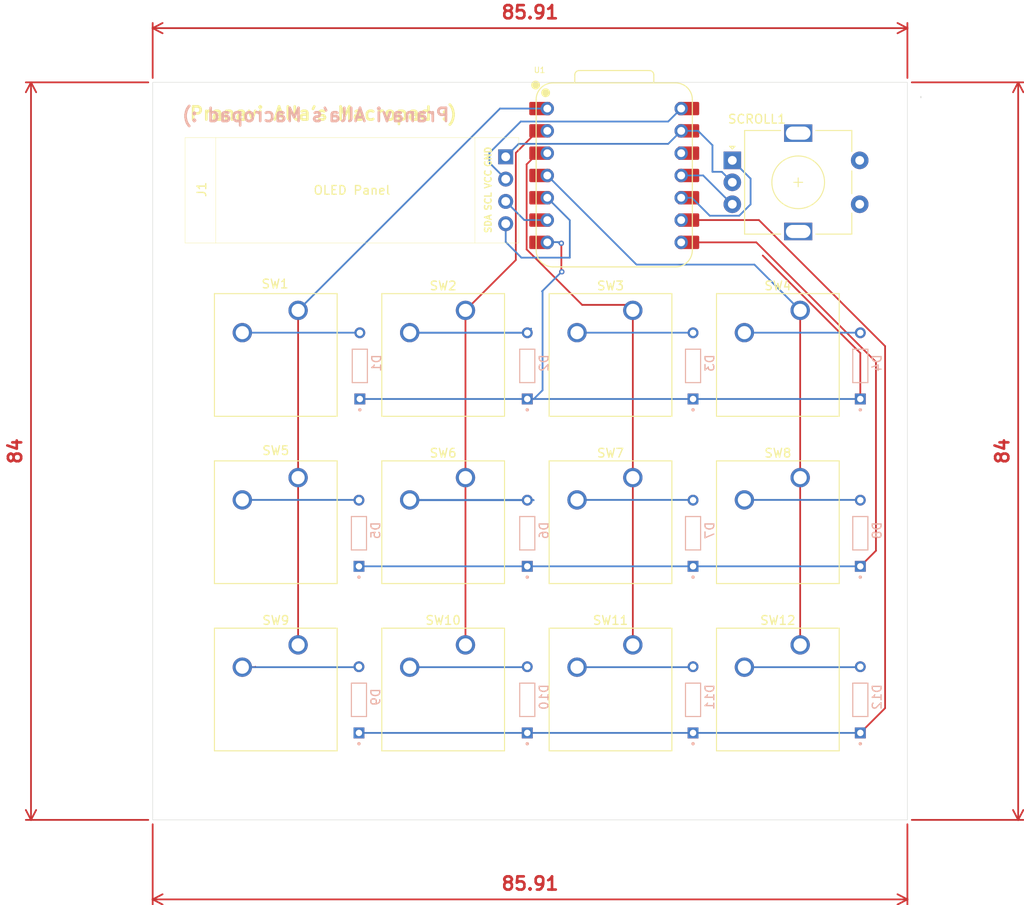
<source format=kicad_pcb>
(kicad_pcb (version 20241229) (generator "pcbnew") (generator_version "9.0")
  (layers (0 "F.Cu" signal) (2 "B.Cu" signal) (13 "F.Paste" user) (15 "B.Paste" user) (5 "F.SilkS" user "F.Silkscreen") (7 "B.SilkS" user "B.Silkscreen") (1 "F.Mask" user) (3 "B.Mask" user) (25 "Edge.Cuts" user))
  (net 0 "")
  (net 1 "Net-(D1-PadA)")
  (net 2 "Row1")
  (net 3 "Net-(D2-PadA)")
  (net 4 "Net-(D3-PadA)")
  (net 5 "Net-(D4-PadA)")
  (net 6 "Row2")
  (net 7 "Net-(D5-PadA)")
  (net 8 "Net-(D6-PadA)")
  (net 9 "Net-(D7-PadA)")
  (net 10 "Net-(D8-PadA)")
  (net 11 "Net-(D9-PadA)")
  (net 12 "Row3")
  (net 13 "Net-(D10-PadA)")
  (net 14 "Net-(D11-PadA)")
  (net 15 "Net-(D12-PadA)")
  (net 16 "OLED_SCL")
  (net 17 "OLED_SDA")
  (net 18 "+5V")
  (net 19 "GND")
  (net 20 "RotaryA")
  (net 21 "RotaryB")
  (net 24 "Col1")
  (net 25 "Col2")
  (net 26 "Col3")
  (net 27 "Col4")
  (footprint "Button_Switch_Keyboard:SW_Cherry_MX_1.00u_PCB" (layer "F.Cu") (at 126.365 75.8825)
    (property "Reference" "SW2" (at -2.54 -2.794 0) (layer "F.SilkS"))
    (property "Value" "SW_Push")
    (fp_line (start -9.525 -1.905) (end 4.445 -1.905) (stroke (width 0.12)) (layer "F.SilkS"))
    (fp_line (start -9.525 12.065) (end -9.525 -1.905) (stroke (width 0.12)) (layer "F.SilkS"))
    (fp_line (start 4.445 -1.905) (end 4.445 12.065) (stroke (width 0.12)) (layer "F.SilkS"))
    (fp_line (start 4.445 12.065) (end -9.525 12.065) (stroke (width 0.12)) (layer "F.SilkS"))
    (pad "" np_thru_hole circle (at -7.62 5.08) (size 1.7 1.7) (drill 1.7) (layers "*.Cu" "*.Mask"))
    (pad "" np_thru_hole circle (at -2.54 5.08) (size 4 4) (drill 4) (layers "*.Cu" "*.Mask"))
    (pad "" np_thru_hole circle (at 2.54 5.08) (size 1.7 1.7) (drill 1.7) (layers "*.Cu" "*.Mask"))
    (pad "1" thru_hole circle (at 0 0) (size 2.2 2.2) (drill 1.5) (layers "*.Cu" "*.Mask") (net 25 "Col2"))
    (pad "2" thru_hole circle (at -6.35 2.54) (size 2.2 2.2) (drill 1.5) (layers "*.Cu" "*.Mask") (net 3 "Net-(D2-PadA)"))
  )
  (footprint "OLED Display:SSD1306-0.91-OLED-4pin-128x32" (layer "F.Cu") (at 94.445 56.205)
    (property "Reference" "J1" (at 1.9 5.91 90) (layer "F.SilkS"))
    (property "Value" "Conn_01x04_Pin")
    (fp_line (start 0 0) (end 0 12) (stroke (width 0.04)) (layer "F.SilkS"))
    (fp_line (start 0 12) (end 38 12) (stroke (width 0.04)) (layer "F.SilkS"))
    (fp_line (start 3.5 0) (end 3.5 12) (stroke (width 0.04)) (layer "F.SilkS"))
    (fp_line (start 33 0) (end 33 12) (stroke (width 0.04)) (layer "F.SilkS"))
    (fp_line (start 38 0) (end 0 0) (stroke (width 0.04)) (layer "F.SilkS"))
    (fp_line (start 38 12) (end 38 0) (stroke (width 0.04)) (layer "F.SilkS"))
    (fp_text user "GND" (at 34.5 2.19 90) (layer "F.SilkS") (effects (font (size 0.75 0.75))))
    (fp_text user "SDA" (at 34.5 9.81 90) (layer "F.SilkS") (effects (font (size 0.75 0.75))))
    (fp_text user "SCL" (at 34.5 7.27 90) (layer "F.SilkS") (effects (font (size 0.75 0.75))))
    (fp_text user "OLED Panel" (at 19 6 0) (layer "F.SilkS"))
    (fp_text user "VCC" (at 34.5 4.73 90) (layer "F.SilkS") (effects (font (size 0.75 0.75))))
    (pad "1" thru_hole rect (at 36.5 2.19) (size 1.7 1.7) (drill 1) (layers "*.Cu" "*.Mask") (net 19 "GND"))
    (pad "2" thru_hole oval (at 36.5 4.73) (size 1.7 1.7) (drill 1) (layers "*.Cu" "*.Mask") (net 18 "+5V"))
    (pad "3" thru_hole oval (at 36.5 7.27) (size 1.7 1.7) (drill 1) (layers "*.Cu" "*.Mask") (net 16 "OLED_SCL"))
    (pad "4" thru_hole oval (at 36.5 9.81) (size 1.7 1.7) (drill 1) (layers "*.Cu" "*.Mask") (net 17 "OLED_SDA"))
  )
  (footprint "Button_Switch_Keyboard:SW_Cherry_MX_1.00u_PCB" (layer "F.Cu") (at 126.365 94.9325)
    (property "Reference" "SW6" (at -2.54 -2.794 0) (layer "F.SilkS"))
    (property "Value" "SW_Push")
    (fp_line (start -9.525 -1.905) (end 4.445 -1.905) (stroke (width 0.12)) (layer "F.SilkS"))
    (fp_line (start -9.525 12.065) (end -9.525 -1.905) (stroke (width 0.12)) (layer "F.SilkS"))
    (fp_line (start 4.445 -1.905) (end 4.445 12.065) (stroke (width 0.12)) (layer "F.SilkS"))
    (fp_line (start 4.445 12.065) (end -9.525 12.065) (stroke (width 0.12)) (layer "F.SilkS"))
    (pad "" np_thru_hole circle (at -7.62 5.08) (size 1.7 1.7) (drill 1.7) (layers "*.Cu" "*.Mask"))
    (pad "" np_thru_hole circle (at -2.54 5.08) (size 4 4) (drill 4) (layers "*.Cu" "*.Mask"))
    (pad "" np_thru_hole circle (at 2.54 5.08) (size 1.7 1.7) (drill 1.7) (layers "*.Cu" "*.Mask"))
    (pad "1" thru_hole circle (at 0 0) (size 2.2 2.2) (drill 1.5) (layers "*.Cu" "*.Mask") (net 25 "Col2"))
    (pad "2" thru_hole circle (at -6.35 2.54) (size 2.2 2.2) (drill 1.5) (layers "*.Cu" "*.Mask") (net 8 "Net-(D6-PadA)"))
  )
  (footprint "Button_Switch_Keyboard:SW_Cherry_MX_1.00u_PCB" (layer "F.Cu") (at 145.415 75.8825)
    (property "Reference" "SW3" (at -2.54 -2.794 0) (layer "F.SilkS"))
    (property "Value" "SW_Push")
    (fp_line (start -9.525 -1.905) (end 4.445 -1.905) (stroke (width 0.12)) (layer "F.SilkS"))
    (fp_line (start -9.525 12.065) (end -9.525 -1.905) (stroke (width 0.12)) (layer "F.SilkS"))
    (fp_line (start 4.445 -1.905) (end 4.445 12.065) (stroke (width 0.12)) (layer "F.SilkS"))
    (fp_line (start 4.445 12.065) (end -9.525 12.065) (stroke (width 0.12)) (layer "F.SilkS"))
    (pad "" np_thru_hole circle (at -7.62 5.08) (size 1.7 1.7) (drill 1.7) (layers "*.Cu" "*.Mask"))
    (pad "" np_thru_hole circle (at -2.54 5.08) (size 4 4) (drill 4) (layers "*.Cu" "*.Mask"))
    (pad "" np_thru_hole circle (at 2.54 5.08) (size 1.7 1.7) (drill 1.7) (layers "*.Cu" "*.Mask"))
    (pad "1" thru_hole circle (at 0 0) (size 2.2 2.2) (drill 1.5) (layers "*.Cu" "*.Mask") (net 26 "Col3"))
    (pad "2" thru_hole circle (at -6.35 2.54) (size 2.2 2.2) (drill 1.5) (layers "*.Cu" "*.Mask") (net 4 "Net-(D3-PadA)"))
  )
  (footprint "Button_Switch_Keyboard:SW_Cherry_MX_1.00u_PCB" (layer "F.Cu") (at 145.415 113.9825)
    (property "Reference" "SW11" (at -2.54 -2.794 0) (layer "F.SilkS"))
    (property "Value" "SW_Push")
    (fp_line (start -9.525 -1.905) (end 4.445 -1.905) (stroke (width 0.12)) (layer "F.SilkS"))
    (fp_line (start -9.525 12.065) (end -9.525 -1.905) (stroke (width 0.12)) (layer "F.SilkS"))
    (fp_line (start 4.445 -1.905) (end 4.445 12.065) (stroke (width 0.12)) (layer "F.SilkS"))
    (fp_line (start 4.445 12.065) (end -9.525 12.065) (stroke (width 0.12)) (layer "F.SilkS"))
    (pad "" np_thru_hole circle (at -7.62 5.08) (size 1.7 1.7) (drill 1.7) (layers "*.Cu" "*.Mask"))
    (pad "" np_thru_hole circle (at -2.54 5.08) (size 4 4) (drill 4) (layers "*.Cu" "*.Mask"))
    (pad "" np_thru_hole circle (at 2.54 5.08) (size 1.7 1.7) (drill 1.7) (layers "*.Cu" "*.Mask"))
    (pad "1" thru_hole circle (at 0 0) (size 2.2 2.2) (drill 1.5) (layers "*.Cu" "*.Mask") (net 26 "Col3"))
    (pad "2" thru_hole circle (at -6.35 2.54) (size 2.2 2.2) (drill 1.5) (layers "*.Cu" "*.Mask") (net 14 "Net-(D11-PadA)"))
  )
  (footprint "Button_Switch_Keyboard:SW_Cherry_MX_1.00u_PCB" (layer "F.Cu") (at 164.465 113.9825)
    (property "Reference" "SW12" (at -2.54 -2.794 0) (layer "F.SilkS"))
    (property "Value" "SW_Push")
    (fp_line (start -9.525 -1.905) (end 4.445 -1.905) (stroke (width 0.12)) (layer "F.SilkS"))
    (fp_line (start -9.525 12.065) (end -9.525 -1.905) (stroke (width 0.12)) (layer "F.SilkS"))
    (fp_line (start 4.445 -1.905) (end 4.445 12.065) (stroke (width 0.12)) (layer "F.SilkS"))
    (fp_line (start 4.445 12.065) (end -9.525 12.065) (stroke (width 0.12)) (layer "F.SilkS"))
    (pad "" np_thru_hole circle (at -7.62 5.08) (size 1.7 1.7) (drill 1.7) (layers "*.Cu" "*.Mask"))
    (pad "" np_thru_hole circle (at -2.54 5.08) (size 4 4) (drill 4) (layers "*.Cu" "*.Mask"))
    (pad "" np_thru_hole circle (at 2.54 5.08) (size 1.7 1.7) (drill 1.7) (layers "*.Cu" "*.Mask"))
    (pad "1" thru_hole circle (at 0 0) (size 2.2 2.2) (drill 1.5) (layers "*.Cu" "*.Mask") (net 27 "Col4"))
    (pad "2" thru_hole circle (at -6.35 2.54) (size 2.2 2.2) (drill 1.5) (layers "*.Cu" "*.Mask") (net 15 "Net-(D12-PadA)"))
  )
  (footprint "Button_Switch_Keyboard:SW_Cherry_MX_1.00u_PCB" (layer "F.Cu") (at 126.365 113.9825)
    (property "Reference" "SW10" (at -2.54 -2.794 0) (layer "F.SilkS"))
    (property "Value" "SW_Push")
    (fp_line (start -9.525 -1.905) (end 4.445 -1.905) (stroke (width 0.12)) (layer "F.SilkS"))
    (fp_line (start -9.525 12.065) (end -9.525 -1.905) (stroke (width 0.12)) (layer "F.SilkS"))
    (fp_line (start 4.445 -1.905) (end 4.445 12.065) (stroke (width 0.12)) (layer "F.SilkS"))
    (fp_line (start 4.445 12.065) (end -9.525 12.065) (stroke (width 0.12)) (layer "F.SilkS"))
    (pad "" np_thru_hole circle (at -7.62 5.08) (size 1.7 1.7) (drill 1.7) (layers "*.Cu" "*.Mask"))
    (pad "" np_thru_hole circle (at -2.54 5.08) (size 4 4) (drill 4) (layers "*.Cu" "*.Mask"))
    (pad "" np_thru_hole circle (at 2.54 5.08) (size 1.7 1.7) (drill 1.7) (layers "*.Cu" "*.Mask"))
    (pad "1" thru_hole circle (at 0 0) (size 2.2 2.2) (drill 1.5) (layers "*.Cu" "*.Mask") (net 25 "Col2"))
    (pad "2" thru_hole circle (at -6.35 2.54) (size 2.2 2.2) (drill 1.5) (layers "*.Cu" "*.Mask") (net 13 "Net-(D10-PadA)"))
  )
  (footprint "Button_Switch_Keyboard:SW_Cherry_MX_1.00u_PCB" (layer "F.Cu") (at 164.465 94.9325)
    (property "Reference" "SW8" (at -2.54 -2.794 0) (layer "F.SilkS"))
    (property "Value" "SW_Push")
    (fp_line (start -9.525 -1.905) (end 4.445 -1.905) (stroke (width 0.12)) (layer "F.SilkS"))
    (fp_line (start -9.525 12.065) (end -9.525 -1.905) (stroke (width 0.12)) (layer "F.SilkS"))
    (fp_line (start 4.445 -1.905) (end 4.445 12.065) (stroke (width 0.12)) (layer "F.SilkS"))
    (fp_line (start 4.445 12.065) (end -9.525 12.065) (stroke (width 0.12)) (layer "F.SilkS"))
    (pad "" np_thru_hole circle (at -7.62 5.08) (size 1.7 1.7) (drill 1.7) (layers "*.Cu" "*.Mask"))
    (pad "" np_thru_hole circle (at -2.54 5.08) (size 4 4) (drill 4) (layers "*.Cu" "*.Mask"))
    (pad "" np_thru_hole circle (at 2.54 5.08) (size 1.7 1.7) (drill 1.7) (layers "*.Cu" "*.Mask"))
    (pad "1" thru_hole circle (at 0 0) (size 2.2 2.2) (drill 1.5) (layers "*.Cu" "*.Mask") (net 27 "Col4"))
    (pad "2" thru_hole circle (at -6.35 2.54) (size 2.2 2.2) (drill 1.5) (layers "*.Cu" "*.Mask") (net 10 "Net-(D8-PadA)"))
  )
  (footprint "Button_Switch_Keyboard:SW_Cherry_MX_1.00u_PCB" (layer "F.Cu") (at 164.465 75.8825)
    (property "Reference" "SW4" (at -2.54 -2.794 0) (layer "F.SilkS"))
    (property "Value" "SW_Push")
    (fp_line (start -9.525 -1.905) (end 4.445 -1.905) (stroke (width 0.12)) (layer "F.SilkS"))
    (fp_line (start -9.525 12.065) (end -9.525 -1.905) (stroke (width 0.12)) (layer "F.SilkS"))
    (fp_line (start 4.445 -1.905) (end 4.445 12.065) (stroke (width 0.12)) (layer "F.SilkS"))
    (fp_line (start 4.445 12.065) (end -9.525 12.065) (stroke (width 0.12)) (layer "F.SilkS"))
    (pad "" np_thru_hole circle (at -7.62 5.08) (size 1.7 1.7) (drill 1.7) (layers "*.Cu" "*.Mask"))
    (pad "" np_thru_hole circle (at -2.54 5.08) (size 4 4) (drill 4) (layers "*.Cu" "*.Mask"))
    (pad "" np_thru_hole circle (at 2.54 5.08) (size 1.7 1.7) (drill 1.7) (layers "*.Cu" "*.Mask"))
    (pad "1" thru_hole circle (at 0 0) (size 2.2 2.2) (drill 1.5) (layers "*.Cu" "*.Mask") (net 27 "Col4"))
    (pad "2" thru_hole circle (at -6.35 2.54) (size 2.2 2.2) (drill 1.5) (layers "*.Cu" "*.Mask") (net 5 "Net-(D4-PadA)"))
  )
  (footprint "Button_Switch_Keyboard:SW_Cherry_MX_1.00u_PCB" (layer "F.Cu") (at 107.315 113.9825)
    (property "Reference" "SW9" (at -2.54 -2.794 0) (layer "F.SilkS"))
    (property "Value" "SW_Push")
    (fp_line (start -9.525 -1.905) (end 4.445 -1.905) (stroke (width 0.12)) (layer "F.SilkS"))
    (fp_line (start -9.525 12.065) (end -9.525 -1.905) (stroke (width 0.12)) (layer "F.SilkS"))
    (fp_line (start 4.445 -1.905) (end 4.445 12.065) (stroke (width 0.12)) (layer "F.SilkS"))
    (fp_line (start 4.445 12.065) (end -9.525 12.065) (stroke (width 0.12)) (layer "F.SilkS"))
    (pad "" np_thru_hole circle (at -7.62 5.08) (size 1.7 1.7) (drill 1.7) (layers "*.Cu" "*.Mask"))
    (pad "" np_thru_hole circle (at -2.54 5.08) (size 4 4) (drill 4) (layers "*.Cu" "*.Mask"))
    (pad "" np_thru_hole circle (at 2.54 5.08) (size 1.7 1.7) (drill 1.7) (layers "*.Cu" "*.Mask"))
    (pad "1" thru_hole circle (at 0 0) (size 2.2 2.2) (drill 1.5) (layers "*.Cu" "*.Mask") (net 24 "Col1"))
    (pad "2" thru_hole circle (at -6.35 2.54) (size 2.2 2.2) (drill 1.5) (layers "*.Cu" "*.Mask") (net 11 "Net-(D9-PadA)"))
  )
  (footprint "OPL:XIAO-RP2040-DIP" (layer "F.Cu") (at 143.3 60.52)
    (property "Reference" "U1" (at -8.5 -12 0) (layer "F.SilkS") (effects (font (size 0.635 0.635) (thickness 0.1016))))
    (property "Value" "XIAO-RP2040-DIP")
    (fp_line (start -8.89 8.509) (end -8.89 -8.636) (stroke (width 0.127)) (layer "F.SilkS"))
    (fp_line (start -6.985 10.414) (end 6.985 10.414) (stroke (width 0.127)) (layer "F.SilkS"))
    (fp_line (start -4.495 -10.541) (end -4.491272 -11.451272) (stroke (width 0.127)) (layer "F.SilkS"))
    (fp_line (start -3.991272 -11.951) (end 4.004 -11.951) (stroke (width 0.127)) (layer "F.SilkS"))
    (fp_line (start 4.504 -11.451) (end 4.504 -10.541) (stroke (width 0.127)) (layer "F.SilkS"))
    (fp_line (start 6.985 -10.541) (end -6.985 -10.541) (stroke (width 0.1)) (layer "F.SilkS"))
    (fp_line (start 6.985 -10.541) (end -6.985 -10.541) (stroke (width 0.127)) (layer "F.SilkS"))
    (fp_line (start 8.89 8.509) (end 8.89 -8.636) (stroke (width 0.127)) (layer "F.SilkS"))
    (fp_arc (start -8.89 -8.636) (mid -8.332038 -9.983038) (end -6.985 -10.541) (stroke (width 0.127)) (layer "F.SilkS"))
    (fp_arc (start -6.985 10.414) (mid -8.332038 9.856038) (end -8.89 8.509) (stroke (width 0.127)) (layer "F.SilkS"))
    (fp_arc (start -4.491272 -11.451272) (mid -4.344728 -11.80464) (end -3.991272 -11.951) (stroke (width 0.127)) (layer "F.SilkS"))
    (fp_arc (start 4.004 -11.951) (mid 4.357553 -11.804553) (end 4.504 -11.451) (stroke (width 0.127)) (layer "F.SilkS"))
    (fp_arc (start 6.985 -10.541) (mid 8.332038 -9.983038) (end 8.89 -8.636) (stroke (width 0.127)) (layer "F.SilkS"))
    (fp_arc (start 8.89 8.509) (mid 8.332038 9.856038) (end 6.985 10.414) (stroke (width 0.127)) (layer "F.SilkS"))
    (fp_circle (center -8.95 -10.3) (end -8.95 -10.554) (stroke (width 0.5)) (fill yes) (layer "F.SilkS"))
    (fp_circle (center -7.807 -9.42) (end -7.807 -9.674) (stroke (width 0.5)) (fill yes) (layer "F.SilkS"))
    (pad "1" smd roundrect (at -8.455 -7.62 180) (size 2.432 1.524) (layers "F.Cu" "F.Mask") (roundrect_rratio 0.1) (net 24 "Col1"))
    (pad "1" thru_hole circle (at -7.62 -7.62 180) (size 1.524 1.524) (drill 0.889) (layers "*.Cu" "*.Mask") (net 24 "Col1"))
    (pad "2" smd roundrect (at -8.455 -5.08 180) (size 2.432 1.524) (layers "F.Cu" "F.Mask") (roundrect_rratio 0.1) (net 25 "Col2"))
    (pad "2" thru_hole circle (at -7.62 -5.08 180) (size 1.524 1.524) (drill 0.889) (layers "*.Cu" "*.Mask") (net 25 "Col2"))
    (pad "3" smd roundrect (at -8.455 -2.54 180) (size 2.432 1.524) (layers "F.Cu" "F.Mask") (roundrect_rratio 0.1) (net 26 "Col3"))
    (pad "3" thru_hole circle (at -7.62 -2.54 180) (size 1.524 1.524) (drill 0.889) (layers "*.Cu" "*.Mask") (net 26 "Col3"))
    (pad "4" smd roundrect (at -8.455 0 180) (size 2.432 1.524) (layers "F.Cu" "F.Mask") (roundrect_rratio 0.1) (net 27 "Col4"))
    (pad "4" thru_hole circle (at -7.62 0 180) (size 1.524 1.524) (drill 0.889) (layers "*.Cu" "*.Mask") (net 27 "Col4"))
    (pad "5" smd roundrect (at -8.455 2.54 180) (size 2.432 1.524) (layers "F.Cu" "F.Mask") (roundrect_rratio 0.1) (net 17 "OLED_SDA"))
    (pad "5" thru_hole circle (at -7.62 2.54 180) (size 1.524 1.524) (drill 0.889) (layers "*.Cu" "*.Mask") (net 17 "OLED_SDA"))
    (pad "6" smd roundrect (at -8.455 5.08 180) (size 2.432 1.524) (layers "F.Cu" "F.Mask") (roundrect_rratio 0.1) (net 16 "OLED_SCL"))
    (pad "6" thru_hole circle (at -7.62 5.08 180) (size 1.524 1.524) (drill 0.889) (layers "*.Cu" "*.Mask") (net 16 "OLED_SCL"))
    (pad "7" smd roundrect (at -8.455 7.62 180) (size 2.432 1.524) (layers "F.Cu" "F.Mask") (roundrect_rratio 0.1) (net 2 "Row1"))
    (pad "7" thru_hole circle (at -7.62 7.62 180) (size 1.524 1.524) (drill 0.889) (layers "*.Cu" "*.Mask") (net 2 "Row1"))
    (pad "8" thru_hole circle (at 7.62 7.62) (size 1.524 1.524) (drill 0.889) (layers "*.Cu" "*.Mask") (net 6 "Row2"))
    (pad "8" smd roundrect (at 8.455 7.62) (size 2.432 1.524) (layers "F.Cu" "F.Mask") (roundrect_rratio 0.1) (net 6 "Row2"))
    (pad "9" thru_hole circle (at 7.62 5.08) (size 1.524 1.524) (drill 0.889) (layers "*.Cu" "*.Mask") (net 12 "Row3"))
    (pad "9" smd roundrect (at 8.455 5.08) (size 2.432 1.524) (layers "F.Cu" "F.Mask") (roundrect_rratio 0.1) (net 12 "Row3"))
    (pad "10" thru_hole circle (at 7.62 2.54) (size 1.524 1.524) (drill 0.889) (layers "*.Cu" "*.Mask") (net 20 "RotaryA"))
    (pad "10" smd roundrect (at 8.455 2.54) (size 2.432 1.524) (layers "F.Cu" "F.Mask") (roundrect_rratio 0.1) (net 20 "RotaryA"))
    (pad "11" thru_hole circle (at 7.62 0) (size 1.524 1.524) (drill 0.889) (layers "*.Cu" "*.Mask") (net 21 "RotaryB"))
    (pad "11" smd roundrect (at 8.455 0) (size 2.432 1.524) (layers "F.Cu" "F.Mask") (roundrect_rratio 0.1) (net 21 "RotaryB"))
    (pad "12" thru_hole circle (at 7.62 -2.54) (size 1.524 1.524) (drill 0.889) (layers "*.Cu" "*.Mask"))
    (pad "12" smd roundrect (at 8.455 -2.54) (size 2.432 1.524) (layers "F.Cu" "F.Mask") (roundrect_rratio 0.1))
    (pad "13" thru_hole circle (at 7.62 -5.08) (size 1.524 1.524) (drill 0.889) (layers "*.Cu" "*.Mask") (net 19 "GND"))
    (pad "13" smd roundrect (at 8.455 -5.08) (size 2.432 1.524) (layers "F.Cu" "F.Mask") (roundrect_rratio 0.1) (net 19 "GND"))
    (pad "14" thru_hole circle (at 7.62 -7.62) (size 1.524 1.524) (drill 0.889) (layers "*.Cu" "*.Mask") (net 18 "+5V"))
    (pad "14" smd roundrect (at 8.455 -7.62) (size 2.432 1.524) (layers "F.Cu" "F.Mask") (roundrect_rratio 0.1) (net 18 "+5V"))
  )
  (footprint "Button_Switch_Keyboard:SW_Cherry_MX_1.00u_PCB" (layer "F.Cu") (at 145.415 94.9325)
    (property "Reference" "SW7" (at -2.54 -2.794 0) (layer "F.SilkS"))
    (property "Value" "SW_Push")
    (fp_line (start -9.525 -1.905) (end 4.445 -1.905) (stroke (width 0.12)) (layer "F.SilkS"))
    (fp_line (start -9.525 12.065) (end -9.525 -1.905) (stroke (width 0.12)) (layer "F.SilkS"))
    (fp_line (start 4.445 -1.905) (end 4.445 12.065) (stroke (width 0.12)) (layer "F.SilkS"))
    (fp_line (start 4.445 12.065) (end -9.525 12.065) (stroke (width 0.12)) (layer "F.SilkS"))
    (pad "" np_thru_hole circle (at -7.62 5.08) (size 1.7 1.7) (drill 1.7) (layers "*.Cu" "*.Mask"))
    (pad "" np_thru_hole circle (at -2.54 5.08) (size 4 4) (drill 4) (layers "*.Cu" "*.Mask"))
    (pad "" np_thru_hole circle (at 2.54 5.08) (size 1.7 1.7) (drill 1.7) (layers "*.Cu" "*.Mask"))
    (pad "1" thru_hole circle (at 0 0) (size 2.2 2.2) (drill 1.5) (layers "*.Cu" "*.Mask") (net 26 "Col3"))
    (pad "2" thru_hole circle (at -6.35 2.54) (size 2.2 2.2) (drill 1.5) (layers "*.Cu" "*.Mask") (net 9 "Net-(D7-PadA)"))
  )
  (footprint "Button_Switch_Keyboard:SW_Cherry_MX_1.00u_PCB" (layer "F.Cu") (at 107.315 94.9325)
    (property "Reference" "SW5" (hide yes))
    (property "Value" "SW_Push" (hide yes))
    (fp_line (start -9.525 -1.905) (end 4.445 -1.905) (stroke (width 0.12)) (layer "F.SilkS"))
    (fp_line (start -9.525 12.065) (end -9.525 -1.905) (stroke (width 0.12)) (layer "F.SilkS"))
    (fp_line (start 4.445 -1.905) (end 4.445 12.065) (stroke (width 0.12)) (layer "F.SilkS"))
    (fp_line (start 4.445 12.065) (end -9.525 12.065) (stroke (width 0.12)) (layer "F.SilkS"))
    (pad "" np_thru_hole circle (at -7.62 5.08) (size 1.7 1.7) (drill 1.7) (layers "*.Cu" "*.Mask"))
    (pad "" np_thru_hole circle (at -2.54 5.08) (size 4 4) (drill 4) (layers "*.Cu" "*.Mask"))
    (pad "" np_thru_hole circle (at 2.54 5.08) (size 1.7 1.7) (drill 1.7) (layers "*.Cu" "*.Mask"))
    (pad "1" thru_hole circle (at 0 0) (size 2.2 2.2) (drill 1.5) (layers "*.Cu" "*.Mask") (net 24 "Col1"))
    (pad "2" thru_hole circle (at -6.35 2.54) (size 2.2 2.2) (drill 1.5) (layers "*.Cu" "*.Mask") (net 7 "Net-(D5-PadA)"))
  )
  (footprint "Rotary Encoder:RotaryEncoder_Alps_EC11E-Switch_Vertical_H20mm" (layer "F.Cu") (at 156.74 58.8)
    (property "Reference" "SCROLL1" (at 2.8 -4.7 0) (layer "F.SilkS"))
    (property "Value" "RotaryEncoder_Switch")
    (fp_line (start -0.3 -1.6) (end 0.3 -1.6) (stroke (width 0.12)) (layer "F.SilkS"))
    (fp_line (start 0 -1.3) (end -0.3 -1.6) (stroke (width 0.12)) (layer "F.SilkS"))
    (fp_line (start 0.3 -1.6) (end 0 -1.3) (stroke (width 0.12)) (layer "F.SilkS"))
    (fp_line (start 1.4 -3.4) (end 1.4 8.4) (stroke (width 0.12)) (layer "F.SilkS"))
    (fp_line (start 5.5 -3.4) (end 1.4 -3.4) (stroke (width 0.12)) (layer "F.SilkS"))
    (fp_line (start 5.5 8.4) (end 1.4 8.4) (stroke (width 0.12)) (layer "F.SilkS"))
    (fp_line (start 7 2.5) (end 8 2.5) (stroke (width 0.12)) (layer "F.SilkS"))
    (fp_line (start 7.5 2) (end 7.5 3) (stroke (width 0.12)) (layer "F.SilkS"))
    (fp_line (start 9.5 -3.4) (end 13.6 -3.4) (stroke (width 0.12)) (layer "F.SilkS"))
    (fp_line (start 13.6 -3.4) (end 13.6 -1) (stroke (width 0.12)) (layer "F.SilkS"))
    (fp_line (start 13.6 1.2) (end 13.6 3.8) (stroke (width 0.12)) (layer "F.SilkS"))
    (fp_line (start 13.6 6) (end 13.6 8.4) (stroke (width 0.12)) (layer "F.SilkS"))
    (fp_line (start 13.6 8.4) (end 9.5 8.4) (stroke (width 0.12)) (layer "F.SilkS"))
    (fp_circle (center 7.5 2.5) (end 10.5 2.5) (stroke (width 0.12)) (fill no) (layer "F.SilkS"))
    (pad "A" thru_hole rect (at 0 0) (size 2 2) (drill 1) (layers "*.Cu" "*.Mask") (net 20 "RotaryA"))
    (pad "B" thru_hole circle (at 0 5) (size 2 2) (drill 1) (layers "*.Cu" "*.Mask") (net 21 "RotaryB"))
    (pad "C" thru_hole circle (at 0 2.5) (size 2 2) (drill 1) (layers "*.Cu" "*.Mask") (net 19 "GND"))
    (pad "MP" thru_hole rect (at 7.5 -3.1) (size 3.2 2) (drill oval 2.8 1.5) (layers "*.Cu" "*.Mask"))
    (pad "MP" thru_hole rect (at 7.5 8.1) (size 3.2 2) (drill oval 2.8 1.5) (layers "*.Cu" "*.Mask"))
    (pad "S1" thru_hole circle (at 14.5 5) (size 2 2) (drill 1) (layers "*.Cu" "*.Mask"))
    (pad "S2" thru_hole circle (at 14.5 0) (size 2 2) (drill 1) (layers "*.Cu" "*.Mask"))
  )
  (footprint "Button_Switch_Keyboard:SW_Cherry_MX_1.00u_PCB" (layer "F.Cu") (at 107.315 75.8825)
    (property "Reference" "SW1" (at -2.625 -3.0125 0) (layer "F.SilkS"))
    (property "Value" "SW_Push")
    (fp_line (start -9.525 -1.905) (end 4.445 -1.905) (stroke (width 0.12)) (layer "F.SilkS"))
    (fp_line (start -9.525 12.065) (end -9.525 -1.905) (stroke (width 0.12)) (layer "F.SilkS"))
    (fp_line (start 4.445 -1.905) (end 4.445 12.065) (stroke (width 0.12)) (layer "F.SilkS"))
    (fp_line (start 4.445 12.065) (end -9.525 12.065) (stroke (width 0.12)) (layer "F.SilkS"))
    (pad "" np_thru_hole circle (at -7.62 5.08) (size 1.7 1.7) (drill 1.7) (layers "*.Cu" "*.Mask"))
    (pad "" np_thru_hole circle (at -2.54 5.08) (size 4 4) (drill 4) (layers "*.Cu" "*.Mask"))
    (pad "" np_thru_hole circle (at 2.54 5.08) (size 1.7 1.7) (drill 1.7) (layers "*.Cu" "*.Mask"))
    (pad "1" thru_hole circle (at 0 0) (size 2.2 2.2) (drill 1.5) (layers "*.Cu" "*.Mask") (net 24 "Col1"))
    (pad "2" thru_hole circle (at -6.35 2.54) (size 2.2 2.2) (drill 1.5) (layers "*.Cu" "*.Mask") (net 1 "Net-(D1-PadA)"))
  )
  (footprint "1N4148:DIOAD753W49L380D172B" (layer "B.Cu") (at 133.4 120.24 90)
    (property "Reference" "D10" (at 0.3175 1.905 90) (layer "B.SilkS") (effects (justify mirror)))
    (property "Value" "1N4148")
    (fp_line (start 1.9025 -0.86) (end -1.9025 -0.86) (stroke (width 0.127)) (layer "B.SilkS"))
    (fp_line (start -1.9025 -0.86) (end -1.9025 0.86) (stroke (width 0.127)) (layer "B.SilkS"))
    (fp_line (start 1.9025 0.86) (end 1.9025 -0.86) (stroke (width 0.127)) (layer "B.SilkS"))
    (fp_line (start -1.9025 0.86) (end 1.9025 0.86) (stroke (width 0.127)) (layer "B.SilkS"))
    (fp_circle (center -5 0) (end -4.9 0) (stroke (width 0.2)) (fill no) (layer "B.SilkS"))
    (pad "A" thru_hole circle (at 3.7685 0 90) (size 1.238 1.238) (drill 0.73) (layers "*.Cu" "*.Mask") (net 13 "Net-(D10-PadA)"))
    (pad "K" thru_hole rect (at -3.7685 0 90) (size 1.238 1.238) (drill 0.73) (layers "*.Cu" "*.Mask") (net 12 "Row3"))
  )
  (footprint "1N4148:DIOAD753W49L380D172B" (layer "B.Cu") (at 171.31 120.24 90)
    (property "Reference" "D12" (at 0.3175 1.905 90) (layer "B.SilkS") (effects (justify mirror)))
    (property "Value" "1N4148")
    (fp_line (start 1.9025 -0.86) (end -1.9025 -0.86) (stroke (width 0.127)) (layer "B.SilkS"))
    (fp_line (start -1.9025 -0.86) (end -1.9025 0.86) (stroke (width 0.127)) (layer "B.SilkS"))
    (fp_line (start 1.9025 0.86) (end 1.9025 -0.86) (stroke (width 0.127)) (layer "B.SilkS"))
    (fp_line (start -1.9025 0.86) (end 1.9025 0.86) (stroke (width 0.127)) (layer "B.SilkS"))
    (fp_circle (center -5 0) (end -4.9 0) (stroke (width 0.2)) (fill no) (layer "B.SilkS"))
    (pad "A" thru_hole circle (at 3.7685 0 90) (size 1.238 1.238) (drill 0.73) (layers "*.Cu" "*.Mask") (net 15 "Net-(D12-PadA)"))
    (pad "K" thru_hole rect (at -3.7685 0 90) (size 1.238 1.238) (drill 0.73) (layers "*.Cu" "*.Mask") (net 12 "Row3"))
  )
  (footprint "1N4148:DIOAD753W49L380D172B" (layer "B.Cu") (at 171.31 82.2085 90)
    (property "Reference" "D4" (at 0.3175 1.905 90) (layer "B.SilkS") (effects (justify mirror)))
    (property "Value" "1N4148")
    (fp_line (start 1.9025 -0.86) (end -1.9025 -0.86) (stroke (width 0.127)) (layer "B.SilkS"))
    (fp_line (start -1.9025 -0.86) (end -1.9025 0.86) (stroke (width 0.127)) (layer "B.SilkS"))
    (fp_line (start 1.9025 0.86) (end 1.9025 -0.86) (stroke (width 0.127)) (layer "B.SilkS"))
    (fp_line (start -1.9025 0.86) (end 1.9025 0.86) (stroke (width 0.127)) (layer "B.SilkS"))
    (fp_circle (center -5 0) (end -4.9 0) (stroke (width 0.2)) (fill no) (layer "B.SilkS"))
    (pad "A" thru_hole circle (at 3.7685 0 90) (size 1.238 1.238) (drill 0.73) (layers "*.Cu" "*.Mask") (net 5 "Net-(D4-PadA)"))
    (pad "K" thru_hole rect (at -3.7685 0 90) (size 1.238 1.238) (drill 0.73) (layers "*.Cu" "*.Mask") (net 2 "Row1"))
  )
  (footprint "1N4148:DIOAD753W49L380D172B" (layer "B.Cu") (at 171.31 101.2685 90)
    (property "Reference" "D8" (at 0.3175 1.905 90) (layer "B.SilkS") (effects (justify mirror)))
    (property "Value" "1N4148")
    (fp_line (start 1.9025 -0.86) (end -1.9025 -0.86) (stroke (width 0.127)) (layer "B.SilkS"))
    (fp_line (start -1.9025 -0.86) (end -1.9025 0.86) (stroke (width 0.127)) (layer "B.SilkS"))
    (fp_line (start 1.9025 0.86) (end 1.9025 -0.86) (stroke (width 0.127)) (layer "B.SilkS"))
    (fp_line (start -1.9025 0.86) (end 1.9025 0.86) (stroke (width 0.127)) (layer "B.SilkS"))
    (fp_circle (center -5 0) (end -4.9 0) (stroke (width 0.2)) (fill no) (layer "B.SilkS"))
    (pad "A" thru_hole circle (at 3.7685 0 90) (size 1.238 1.238) (drill 0.73) (layers "*.Cu" "*.Mask") (net 10 "Net-(D8-PadA)"))
    (pad "K" thru_hole rect (at -3.7685 0 90) (size 1.238 1.238) (drill 0.73) (layers "*.Cu" "*.Mask") (net 6 "Row2"))
  )
  (footprint "1N4148:DIOAD753W49L380D172B" (layer "B.Cu") (at 152.27 82.2085 90)
    (property "Reference" "D3" (at 0.3175 1.905 90) (layer "B.SilkS") (effects (justify mirror)))
    (property "Value" "1N4148")
    (fp_line (start 1.9025 -0.86) (end -1.9025 -0.86) (stroke (width 0.127)) (layer "B.SilkS"))
    (fp_line (start -1.9025 -0.86) (end -1.9025 0.86) (stroke (width 0.127)) (layer "B.SilkS"))
    (fp_line (start 1.9025 0.86) (end 1.9025 -0.86) (stroke (width 0.127)) (layer "B.SilkS"))
    (fp_line (start -1.9025 0.86) (end 1.9025 0.86) (stroke (width 0.127)) (layer "B.SilkS"))
    (fp_circle (center -5 0) (end -4.9 0) (stroke (width 0.2)) (fill no) (layer "B.SilkS"))
    (pad "A" thru_hole circle (at 3.7685 0 90) (size 1.238 1.238) (drill 0.73) (layers "*.Cu" "*.Mask") (net 4 "Net-(D3-PadA)"))
    (pad "K" thru_hole rect (at -3.7685 0 90) (size 1.238 1.238) (drill 0.73) (layers "*.Cu" "*.Mask") (net 2 "Row1"))
  )
  (footprint "1N4148:DIOAD753W49L380D172B" (layer "B.Cu") (at 114.24 101.2685 90)
    (property "Reference" "D5" (at 0.3175 1.905 90) (layer "B.SilkS") (effects (justify mirror)))
    (property "Value" "1N4148")
    (fp_line (start 1.9025 -0.86) (end -1.9025 -0.86) (stroke (width 0.127)) (layer "B.SilkS"))
    (fp_line (start -1.9025 -0.86) (end -1.9025 0.86) (stroke (width 0.127)) (layer "B.SilkS"))
    (fp_line (start 1.9025 0.86) (end 1.9025 -0.86) (stroke (width 0.127)) (layer "B.SilkS"))
    (fp_line (start -1.9025 0.86) (end 1.9025 0.86) (stroke (width 0.127)) (layer "B.SilkS"))
    (fp_circle (center -5 0) (end -4.9 0) (stroke (width 0.2)) (fill no) (layer "B.SilkS"))
    (pad "A" thru_hole circle (at 3.7685 0 90) (size 1.238 1.238) (drill 0.73) (layers "*.Cu" "*.Mask") (net 7 "Net-(D5-PadA)"))
    (pad "K" thru_hole rect (at -3.7685 0 90) (size 1.238 1.238) (drill 0.73) (layers "*.Cu" "*.Mask") (net 6 "Row2"))
  )
  (footprint "1N4148:DIOAD753W49L380D172B" (layer "B.Cu") (at 114.24 120.24 90)
    (property "Reference" "D9" (at 0.3175 1.905 90) (layer "B.SilkS") (effects (justify mirror)))
    (property "Value" "1N4148")
    (fp_line (start 1.9025 -0.86) (end -1.9025 -0.86) (stroke (width 0.127)) (layer "B.SilkS"))
    (fp_line (start -1.9025 -0.86) (end -1.9025 0.86) (stroke (width 0.127)) (layer "B.SilkS"))
    (fp_line (start 1.9025 0.86) (end 1.9025 -0.86) (stroke (width 0.127)) (layer "B.SilkS"))
    (fp_line (start -1.9025 0.86) (end 1.9025 0.86) (stroke (width 0.127)) (layer "B.SilkS"))
    (fp_circle (center -5 0) (end -4.9 0) (stroke (width 0.2)) (fill no) (layer "B.SilkS"))
    (pad "A" thru_hole circle (at 3.7685 0 90) (size 1.238 1.238) (drill 0.73) (layers "*.Cu" "*.Mask") (net 11 "Net-(D9-PadA)"))
    (pad "K" thru_hole rect (at -3.7685 0 90) (size 1.238 1.238) (drill 0.73) (layers "*.Cu" "*.Mask") (net 12 "Row3"))
  )
  (footprint "1N4148:DIOAD753W49L380D172B" (layer "B.Cu") (at 114.34 82.2085 90)
    (property "Reference" "D1" (at 0.3175 1.905 90) (layer "B.SilkS") (effects (justify mirror)))
    (property "Value" "1N4148")
    (fp_line (start 1.9025 -0.86) (end -1.9025 -0.86) (stroke (width 0.127)) (layer "B.SilkS"))
    (fp_line (start -1.9025 -0.86) (end -1.9025 0.86) (stroke (width 0.127)) (layer "B.SilkS"))
    (fp_line (start 1.9025 0.86) (end 1.9025 -0.86) (stroke (width 0.127)) (layer "B.SilkS"))
    (fp_line (start -1.9025 0.86) (end 1.9025 0.86) (stroke (width 0.127)) (layer "B.SilkS"))
    (fp_circle (center -5 0) (end -4.9 0) (stroke (width 0.2)) (fill no) (layer "B.SilkS"))
    (pad "A" thru_hole circle (at 3.7685 0 90) (size 1.238 1.238) (drill 0.73) (layers "*.Cu" "*.Mask") (net 1 "Net-(D1-PadA)"))
    (pad "K" thru_hole rect (at -3.7685 0 90) (size 1.238 1.238) (drill 0.73) (layers "*.Cu" "*.Mask") (net 2 "Row1"))
  )
  (footprint "1N4148:DIOAD753W49L380D172B" (layer "B.Cu") (at 133.4 82.2085 90)
    (property "Reference" "D2" (at 0.3175 1.905 90) (layer "B.SilkS") (effects (justify mirror)))
    (property "Value" "1N4148")
    (fp_line (start 1.9025 -0.86) (end -1.9025 -0.86) (stroke (width 0.127)) (layer "B.SilkS"))
    (fp_line (start -1.9025 -0.86) (end -1.9025 0.86) (stroke (width 0.127)) (layer "B.SilkS"))
    (fp_line (start 1.9025 0.86) (end 1.9025 -0.86) (stroke (width 0.127)) (layer "B.SilkS"))
    (fp_line (start -1.9025 0.86) (end 1.9025 0.86) (stroke (width 0.127)) (layer "B.SilkS"))
    (fp_circle (center -5 0) (end -4.9 0) (stroke (width 0.2)) (fill no) (layer "B.SilkS"))
    (pad "A" thru_hole circle (at 3.7685 0 90) (size 1.238 1.238) (drill 0.73) (layers "*.Cu" "*.Mask") (net 3 "Net-(D2-PadA)"))
    (pad "K" thru_hole rect (at -3.7685 0 90) (size 1.238 1.238) (drill 0.73) (layers "*.Cu" "*.Mask") (net 2 "Row1"))
  )
  (footprint "1N4148:DIOAD753W49L380D172B" (layer "B.Cu") (at 152.27 120.24 90)
    (property "Reference" "D11" (at 0.3175 1.905 90) (layer "B.SilkS") (effects (justify mirror)))
    (property "Value" "1N4148")
    (fp_line (start 1.9025 -0.86) (end -1.9025 -0.86) (stroke (width 0.127)) (layer "B.SilkS"))
    (fp_line (start -1.9025 -0.86) (end -1.9025 0.86) (stroke (width 0.127)) (layer "B.SilkS"))
    (fp_line (start 1.9025 0.86) (end 1.9025 -0.86) (stroke (width 0.127)) (layer "B.SilkS"))
    (fp_line (start -1.9025 0.86) (end 1.9025 0.86) (stroke (width 0.127)) (layer "B.SilkS"))
    (fp_circle (center -5 0) (end -4.9 0) (stroke (width 0.2)) (fill no) (layer "B.SilkS"))
    (pad "A" thru_hole circle (at 3.7685 0 90) (size 1.238 1.238) (drill 0.73) (layers "*.Cu" "*.Mask") (net 14 "Net-(D11-PadA)"))
    (pad "K" thru_hole rect (at -3.7685 0 90) (size 1.238 1.238) (drill 0.73) (layers "*.Cu" "*.Mask") (net 12 "Row3"))
  )
  (footprint "1N4148:DIOAD753W49L380D172B" (layer "B.Cu") (at 152.27 101.2685 90)
    (property "Reference" "D7" (at 0.3175 1.905 90) (layer "B.SilkS") (effects (justify mirror)))
    (property "Value" "1N4148")
    (fp_line (start 1.9025 -0.86) (end -1.9025 -0.86) (stroke (width 0.127)) (layer "B.SilkS"))
    (fp_line (start -1.9025 -0.86) (end -1.9025 0.86) (stroke (width 0.127)) (layer "B.SilkS"))
    (fp_line (start 1.9025 0.86) (end 1.9025 -0.86) (stroke (width 0.127)) (layer "B.SilkS"))
    (fp_line (start -1.9025 0.86) (end 1.9025 0.86) (stroke (width 0.127)) (layer "B.SilkS"))
    (fp_circle (center -5 0) (end -4.9 0) (stroke (width 0.2)) (fill no) (layer "B.SilkS"))
    (pad "A" thru_hole circle (at 3.7685 0 90) (size 1.238 1.238) (drill 0.73) (layers "*.Cu" "*.Mask") (net 9 "Net-(D7-PadA)"))
    (pad "K" thru_hole rect (at -3.7685 0 90) (size 1.238 1.238) (drill 0.73) (layers "*.Cu" "*.Mask") (net 6 "Row2"))
  )
  (footprint "1N4148:DIOAD753W49L380D172B" (layer "B.Cu") (at 133.4 101.2685 90)
    (property "Reference" "D6" (at 0.3175 1.905 90) (layer "B.SilkS") (effects (justify mirror)))
    (property "Value" "1N4148")
    (fp_line (start 1.9025 -0.86) (end -1.9025 -0.86) (stroke (width 0.127)) (layer "B.SilkS"))
    (fp_line (start -1.9025 -0.86) (end -1.9025 0.86) (stroke (width 0.127)) (layer "B.SilkS"))
    (fp_line (start 1.9025 0.86) (end 1.9025 -0.86) (stroke (width 0.127)) (layer "B.SilkS"))
    (fp_line (start -1.9025 0.86) (end 1.9025 0.86) (stroke (width 0.127)) (layer "B.SilkS"))
    (fp_circle (center -5 0) (end -4.9 0) (stroke (width 0.2)) (fill no) (layer "B.SilkS"))
    (pad "A" thru_hole circle (at 3.7685 0 90) (size 1.238 1.238) (drill 0.73) (layers "*.Cu" "*.Mask") (net 8 "Net-(D6-PadA)"))
    (pad "K" thru_hole rect (at -3.7685 0 90) (size 1.238 1.238) (drill 0.73) (layers "*.Cu" "*.Mask") (net 6 "Row2"))
  )
  (gr_rect (start 178.16 51.51) (end 178.24 51.68) (stroke (width 0.05)) (fill no) (layer "Edge.Cuts"))
  (gr_rect (start 90.76 49.915) (end 176.67 133.915) (stroke (width 0.05)) (fill no) (layer "Edge.Cuts"))
  (gr_text "\n" (at 104.08 91.89 0) (layer "F.Cu") (effects (font (size 1.27 1.27))))
  (gr_text "\n" (at 104.94 72.69 0) (layer "F.Cu") (effects (font (size 1.27 1.27))))
  (gr_text "\n" (at 104.68 72.61 0) (layer "F.Cu") (effects (font (size 1.27 1.27))))
  (gr_text "SW5" (at 104.77 91.85 0) (layer "F.SilkS") (effects (font (size 1 1))))
  (gr_text "Pranavi Alla's Macropad :)\n\n" (at 94.81 56.77 0) (layer "F.SilkS") (effects (font (size 1.5 1.5) (thickness 0.3) (bold yes)) (justify left bottom)))
  (gr_text "Pranavi Alla's Macropad :)\n\n" (at 124.7 56.93 0) (layer "B.SilkS") (effects (font (size 1.5 1.5) (thickness 0.3) (bold yes)) (justify left bottom mirror)))
  (dimension (type orthogonal) (layer "F.Cu") (pts (xy 176.67 49.915) (xy 90.76 49.915)) (height -6.175) (orientation 0) (format (prefix "") (suffix "") (units 3) (units_format 0) (precision 4) (suppress_zeroes yes)) (style (thickness 0.2) (arrow_length 1.27) (text_position_mode 0) (arrow_direction outward) (extension_height 0.58642) (extension_offset 0.5) (keep_text_aligned yes)) (gr_text "85.91" (at 133.715 41.94 0) (layer "F.Cu") (effects (font (size 1.5 1.5) (thickness 0.3)))))
  (dimension (type orthogonal) (layer "F.Cu") (pts (xy 176.67 133.915) (xy 90.76 133.915)) (height 9.055) (orientation 0) (format (prefix "") (suffix "") (units 3) (units_format 0) (precision 4) (suppress_zeroes yes)) (style (thickness 0.2) (arrow_length 1.27) (text_position_mode 0) (arrow_direction outward) (extension_height 0.58642) (extension_offset 0.5) (keep_text_aligned yes)) (gr_text "85.91" (at 133.715 141.17 0) (layer "F.Cu") (effects (font (size 1.5 1.5) (thickness 0.3)))))
  (dimension (type orthogonal) (layer "F.Cu") (pts (xy 90.76 49.915) (xy 90.76 133.915)) (height -13.85) (orientation 1) (format (prefix "") (suffix "") (units 3) (units_format 0) (precision 4) (suppress_zeroes yes)) (style (thickness 0.2) (arrow_length 1.27) (text_position_mode 0) (arrow_direction outward) (extension_height 0.58642) (extension_offset 0.5) (keep_text_aligned yes)) (gr_text "84" (at 75.11 91.915 90) (layer "F.Cu") (effects (font (size 1.5 1.5) (thickness 0.3)))))
  (dimension (type orthogonal) (layer "F.Cu") (pts (xy 176.67 49.915) (xy 176.67 133.915)) (height 12.61) (orientation 1) (format (prefix "") (suffix "") (units 3) (units_format 0) (precision 4) (suppress_zeroes yes)) (style (thickness 0.2) (arrow_length 1.27) (text_position_mode 0) (arrow_direction outward) (extension_height 0.58642) (extension_offset 0.5) (keep_text_aligned yes)) (gr_text "84" (at 187.48 91.915 90) (layer "F.Cu") (effects (font (size 1.5 1.5) (thickness 0.3)))))
  (segment (start 114.3225 78.4225) (end 114.34 78.44) (width 0.2) (layer "B.Cu") (net 1))
  (segment (start 100.965 78.4225) (end 114.3225 78.4225) (width 0.2) (layer "B.Cu") (net 1))
  (segment (start 137.28 68.24) (end 137.28 71.44) (width 0.2) (layer "F.Cu") (net 2))
  (segment (start 160.203814 69.64) (end 171.31 80.746186) (width 0.2) (layer "F.Cu") (net 2))
  (segment (start 137.28 71.44) (end 137.33 71.49) (width 0.2) (layer "F.Cu") (net 2))
  (segment (start 171.31 80.746186) (end 171.31 85.977) (width 0.2) (layer "F.Cu") (net 2))
  (segment (start 137.33 71.49) (end 137.36 71.46) (width 0.2) (layer "F.Cu") (net 2))
  (via (at 137.28 68.24) (size 0.6) (drill 0.3) (layers "F.Cu" "B.Cu") (net 2))
  (via (at 137.33 71.49) (size 0.6) (drill 0.3) (layers "F.Cu" "B.Cu") (net 2))
  (segment (start 137.31 71.49) (end 135.09 73.71) (width 0.2) (layer "B.Cu") (net 2))
  (segment (start 137.33 71.49) (end 137.31 71.49) (width 0.2) (layer "B.Cu") (net 2))
  (segment (start 135.14 84.98) (end 134.143 85.977) (width 0.2) (layer "B.Cu") (net 2))
  (segment (start 136.96 68.16) (end 137.04 68.24) (width 0.2) (layer "B.Cu") (net 2))
  (segment (start 136.96 68.11) (end 136.96 68.16) (width 0.2) (layer "B.Cu") (net 2))
  (segment (start 135.71 68.11) (end 136.96 68.11) (width 0.2) (layer "B.Cu") (net 2))
  (segment (start 137.04 68.24) (end 137.28 68.24) (width 0.2) (layer "B.Cu") (net 2))
  (segment (start 135.68 68.14) (end 135.71 68.11) (width 0.2) (layer "B.Cu") (net 2))
  (segment (start 135.09 73.71) (end 135.14 73.76) (width 0.2) (layer "B.Cu") (net 2))
  (segment (start 114.34 85.977) (end 171.31 85.977) (width 0.2) (layer "B.Cu") (net 2))
  (segment (start 135.14 73.76) (end 135.14 84.98) (width 0.2) (layer "B.Cu") (net 2))
  (segment (start 134.143 85.977) (end 133.4 85.977) (width 0.2) (layer "B.Cu") (net 2))
  (segment (start 133.3775 78.4225) (end 133.84 77.96) (width 0.2) (layer "B.Cu") (net 3))
  (segment (start 120.015 78.4225) (end 133.3775 78.4225) (width 0.2) (layer "B.Cu") (net 3))
  (segment (start 133.3825 78.4225) (end 133.4 78.44) (width 0.2) (layer "B.Cu") (net 3))
  (segment (start 120.015 78.4225) (end 133.3825 78.4225) (width 0.2) (layer "B.Cu") (net 3))
  (segment (start 152.2525 78.4225) (end 152.27 78.44) (width 0.2) (layer "B.Cu") (net 4))
  (segment (start 139.065 78.4225) (end 152.2525 78.4225) (width 0.2) (layer "B.Cu") (net 4))
  (segment (start 158.115 78.4225) (end 171.2925 78.4225) (width 0.2) (layer "B.Cu") (net 5))
  (segment (start 171.2925 78.4225) (end 171.31 78.44) (width 0.2) (layer "B.Cu") (net 5))
  (segment (start 173.09 103.257) (end 171.31 105.037) (width 0.2) (layer "F.Cu") (net 6))
  (segment (start 173.09 81.76) (end 173.09 103.257) (width 0.2) (layer "F.Cu") (net 6))
  (segment (start 150.92 68.14) (end 159.47 68.14) (width 0.2) (layer "F.Cu") (net 6))
  (segment (start 159.47 68.14) (end 173.09 81.76) (width 0.2) (layer "F.Cu") (net 6))
  (segment (start 114.24 105.037) (end 171.31 105.037) (width 0.2) (layer "B.Cu") (net 6))
  (segment (start 114.2125 97.4725) (end 114.24 97.5) (width 0.2) (layer "B.Cu") (net 7))
  (segment (start 100.965 97.4725) (end 114.2125 97.4725) (width 0.2) (layer "B.Cu") (net 7))
  (segment (start 134.0925 97.4725) (end 134.13 97.51) (width 0.2) (layer "B.Cu") (net 8))
  (segment (start 120.015 97.4725) (end 134.0925 97.4725) (width 0.2) (layer "B.Cu") (net 8))
  (segment (start 133.4 97.5) (end 120.0425 97.5) (width 0.2) (layer "B.Cu") (net 8))
  (segment (start 120.0425 97.5) (end 120.015 97.4725) (width 0.2) (layer "B.Cu") (net 8))
  (segment (start 139.065 97.4725) (end 152.2425 97.4725) (width 0.2) (layer "B.Cu") (net 9))
  (segment (start 152.2425 97.4725) (end 152.27 97.5) (width 0.2) (layer "B.Cu") (net 9))
  (segment (start 171.2825 97.4725) (end 171.31 97.5) (width 0.2) (layer "B.Cu") (net 10))
  (segment (start 158.115 97.4725) (end 171.2825 97.4725) (width 0.2) (layer "B.Cu") (net 10))
  (segment (start 100.965 116.5225) (end 102.3975 116.5225) (width 0.2) (layer "F.Cu") (net 11))
  (segment (start 102.3975 116.5225) (end 102.4485 116.4715) (width 0.2) (layer "F.Cu") (net 11))
  (segment (start 100.965 116.5225) (end 114.189 116.5225) (width 0.2) (layer "B.Cu") (net 11))
  (segment (start 114.189 116.5225) (end 114.24 116.4715) (width 0.2) (layer "B.Cu") (net 11))
  (segment (start 150.92 65.6) (end 159.771077 65.6) (width 0.2) (layer "F.Cu") (net 12))
  (segment (start 174.13 79.958923) (end 174.13 121.1885) (width 0.2) (layer "F.Cu") (net 12))
  (segment (start 174.13 121.1885) (end 171.31 124.0085) (width 0.2) (layer "F.Cu") (net 12))
  (segment (start 159.771077 65.6) (end 174.13 79.958923) (width 0.2) (layer "F.Cu") (net 12))
  (segment (start 114.24 124.0085) (end 171.31 124.0085) (width 0.2) (layer "B.Cu") (net 12))
  (segment (start 133.349 116.5225) (end 133.4 116.4715) (width 0.2) (layer "F.Cu") (net 13))
  (segment (start 120.015 116.5225) (end 133.349 116.5225) (width 0.2) (layer "B.Cu") (net 13))
  (segment (start 133.349 116.5225) (end 133.4 116.4715) (width 0.2) (layer "B.Cu") (net 13))
  (segment (start 152.219 116.5225) (end 152.27 116.4715) (width 0.2) (layer "F.Cu") (net 14))
  (segment (start 139.065 116.5225) (end 152.219 116.5225) (width 0.2) (layer "B.Cu") (net 14))
  (segment (start 152.219 116.5225) (end 152.27 116.4715) (width 0.2) (layer "B.Cu") (net 14))
  (segment (start 171.259 116.5225) (end 171.31 116.4715) (width 0.2) (layer "F.Cu") (net 15))
  (segment (start 158.115 116.5225) (end 171.259 116.5225) (width 0.2) (layer "B.Cu") (net 15))
  (segment (start 171.259 116.5225) (end 171.31 116.4715) (width 0.2) (layer "B.Cu") (net 15))
  (segment (start 130.945 63.475) (end 133.07 65.6) (width 0.2) (layer "B.Cu") (net 16))
  (segment (start 133.07 65.6) (end 135.68 65.6) (width 0.2) (layer "B.Cu") (net 16))
  (segment (start 135.265 66.015) (end 135.68 65.6) (width 0.2) (layer "B.Cu") (net 16))
  (segment (start 135.265 63.475) (end 135.68 63.06) (width 0.2) (layer "B.Cu") (net 17))
  (segment (start 138.24 65.62) (end 135.68 63.06) (width 0.2) (layer "B.Cu") (net 17))
  (segment (start 132.73 69.88) (end 138.24 69.88) (width 0.2) (layer "B.Cu") (net 17))
  (segment (start 130.945 66.015) (end 130.945 68.095) (width 0.2) (layer "B.Cu") (net 17))
  (segment (start 138.24 69.88) (end 138.24 65.62) (width 0.2) (layer "B.Cu") (net 17))
  (segment (start 130.945 68.095) (end 132.73 69.88) (width 0.2) (layer "B.Cu") (net 17))
  (segment (start 149.443 54.377) (end 132.661 54.377) (width 0.2) (layer "B.Cu") (net 18))
  (segment (start 129.09 59.08) (end 130.945 60.935) (width 0.2) (layer "B.Cu") (net 18))
  (segment (start 132.661 54.377) (end 129.09 57.948) (width 0.2) (layer "B.Cu") (net 18))
  (segment (start 129.09 57.948) (end 129.09 59.08) (width 0.2) (layer "B.Cu") (net 18))
  (segment (start 150.92 52.9) (end 149.443 54.377) (width 0.2) (layer "B.Cu") (net 18))
  (segment (start 154.48 57.08) (end 152.84 55.44) (width 0.2) (layer "B.Cu") (net 19))
  (segment (start 155.541 60.101) (end 156.74 61.3) (width 0.2) (layer "B.Cu") (net 19))
  (segment (start 149.443 56.917) (end 150.92 55.44) (width 0.2) (layer "B.Cu") (net 19))
  (segment (start 154.48 60.101) (end 154.48 57.08) (width 0.2) (layer "B.Cu") (net 19))
  (segment (start 132.423 56.917) (end 149.443 56.917) (width 0.2) (layer "B.Cu") (net 19))
  (segment (start 130.945 58.395) (end 132.423 56.917) (width 0.2) (layer "B.Cu") (net 19))
  (segment (start 152.84 55.44) (end 150.92 55.44) (width 0.2) (layer "B.Cu") (net 19))
  (segment (start 154.48 60.101) (end 155.541 60.101) (width 0.2) (layer "B.Cu") (net 19))
  (segment (start 157.529 65.101) (end 154.17 65.101) (width 0.2) (layer "B.Cu") (net 20))
  (segment (start 158.82 63.81) (end 157.529 65.101) (width 0.2) (layer "B.Cu") (net 20))
  (segment (start 156.74 58.8) (end 158.82 60.88) (width 0.2) (layer "B.Cu") (net 20))
  (segment (start 158.82 60.88) (end 158.82 63.81) (width 0.2) (layer "B.Cu") (net 20))
  (segment (start 152.129 63.06) (end 150.92 63.06) (width 0.2) (layer "B.Cu") (net 20))
  (segment (start 154.17 65.101) (end 152.129 63.06) (width 0.2) (layer "B.Cu") (net 20))
  (segment (start 156.74 63.8) (end 156.7 63.8) (width 0.2) (layer "B.Cu") (net 21))
  (segment (start 156.7 63.8) (end 153.42 60.52) (width 0.2) (layer "B.Cu") (net 21))
  (segment (start 153.42 60.52) (end 150.92 60.52) (width 0.2) (layer "B.Cu") (net 21))
  (segment (start 107.315 75.8825) (end 107.315 113.9825) (width 0.2) (layer "F.Cu") (net 24))
  (segment (start 130.2975 52.9) (end 107.315 75.8825) (width 0.2) (layer "B.Cu") (net 24))
  (segment (start 135.68 52.9) (end 130.2975 52.9) (width 0.2) (layer "B.Cu") (net 24))
  (segment (start 135.68 55.44) (end 134.60237 55.44) (width 0.2) (layer "F.Cu") (net 25))
  (segment (start 134.60237 55.44) (end 132.096 57.94637) (width 0.2) (layer "F.Cu") (net 25))
  (segment (start 132.096 57.94637) (end 132.096 70.1515) (width 0.2) (layer "F.Cu") (net 25))
  (segment (start 126.365 75.8825) (end 126.365 113.9825) (width 0.2) (layer "F.Cu") (net 25))
  (segment (start 132.096 70.1515) (end 126.365 75.8825) (width 0.2) (layer "F.Cu") (net 25))
  (segment (start 133.328 59.25437) (end 133.328 68.941626) (width 0.2) (layer "F.Cu") (net 26))
  (segment (start 139.646374 75.26) (end 144.7925 75.26) (width 0.2) (layer "F.Cu") (net 26))
  (segment (start 133.328 68.941626) (end 139.646374 75.26) (width 0.2) (layer "F.Cu") (net 26))
  (segment (start 134.60237 57.98) (end 133.328 59.25437) (width 0.2) (layer "F.Cu") (net 26))
  (segment (start 135.68 57.98) (end 134.60237 57.98) (width 0.2) (layer "F.Cu") (net 26))
  (segment (start 144.7925 75.26) (end 145.415 75.8825) (width 0.2) (layer "F.Cu") (net 26))
  (segment (start 145.415 75.8825) (end 145.415 113.9825) (width 0.2) (layer "F.Cu") (net 26))
  (segment (start 164.465 75.8825) (end 164.465 113.9825) (width 0.2) (layer "F.Cu") (net 27))
  (segment (start 159.2525 70.67) (end 164.465 75.8825) (width 0.2) (layer "B.Cu") (net 27))
  (segment (start 135.68 60.52) (end 145.83 70.67) (width 0.2) (layer "B.Cu") (net 27))
  (segment (start 145.83 70.67) (end 159.2525 70.67) (width 0.2) (layer "B.Cu") (net 27))
)
</source>
